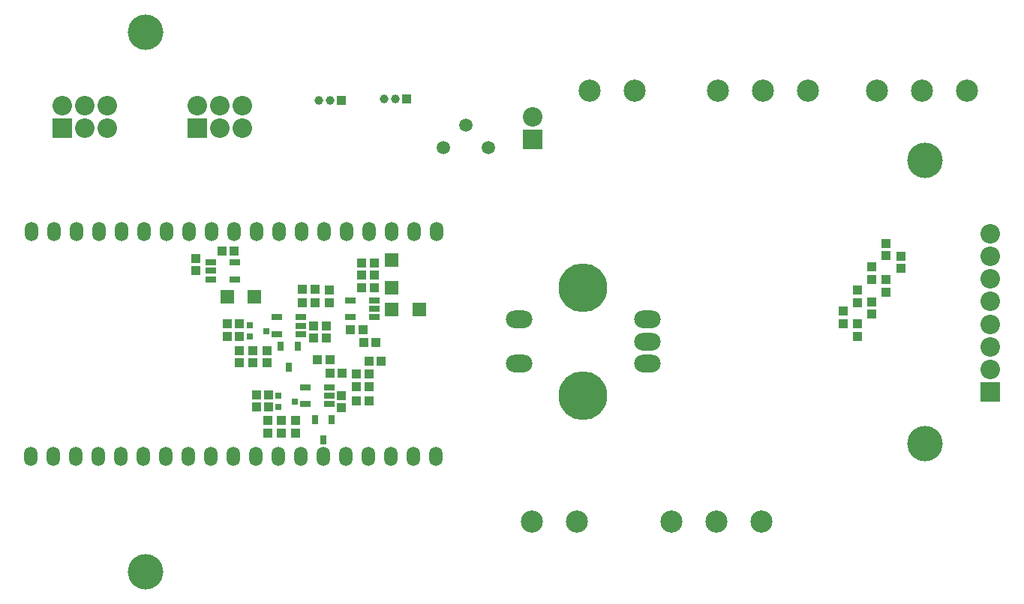
<source format=gbs>
G04*
G04 #@! TF.GenerationSoftware,Altium Limited,Altium Designer,24.3.1 (35)*
G04*
G04 Layer_Color=16711935*
%FSLAX25Y25*%
%MOIN*%
G70*
G04*
G04 #@! TF.SameCoordinates,5149264C-F6EF-45E8-801D-D6D5ED924B73*
G04*
G04*
G04 #@! TF.FilePolarity,Negative*
G04*
G01*
G75*
%ADD49C,0.21654*%
%ADD50O,0.11811X0.07874*%
%ADD58R,0.05918X0.05918*%
%ADD59R,0.03950X0.03950*%
%ADD60R,0.03950X0.03950*%
%ADD61R,0.04540X0.03162*%
%ADD62R,0.02769X0.02769*%
%ADD63R,0.02769X0.04343*%
%ADD64R,0.05918X0.05918*%
%ADD65C,0.08674*%
%ADD66R,0.08674X0.08674*%
%ADD67R,0.08674X0.08674*%
%ADD68C,0.05918*%
%ADD69C,0.03947*%
%ADD70R,0.03947X0.03947*%
%ADD71C,0.09843*%
%ADD72O,0.05918X0.08674*%
%ADD73C,0.15748*%
D49*
X259509Y-41608D02*
D03*
Y6463D02*
D03*
D50*
X230966Y-7730D02*
D03*
Y-27415D02*
D03*
X288052Y-17573D02*
D03*
X288052Y-27415D02*
D03*
Y-7730D02*
D03*
D58*
X101308Y2398D02*
D03*
X113504Y2441D02*
D03*
X174528Y-3474D02*
D03*
X186723Y-3430D02*
D03*
D59*
X87520Y19370D02*
D03*
X87520Y13858D02*
D03*
X106713Y-27087D02*
D03*
Y-21575D02*
D03*
X112707Y-21575D02*
D03*
Y-27087D02*
D03*
X119114Y-21575D02*
D03*
Y-27087D02*
D03*
X131712Y-52677D02*
D03*
Y-58189D02*
D03*
X119311Y-58189D02*
D03*
Y-52677D02*
D03*
X152185Y-41653D02*
D03*
Y-47165D02*
D03*
X145394Y-16063D02*
D03*
Y-10551D02*
D03*
X146575Y5197D02*
D03*
Y-315D02*
D03*
X381366Y-15228D02*
D03*
Y-9717D02*
D03*
X374972Y-9669D02*
D03*
Y-4157D02*
D03*
X387765Y-5421D02*
D03*
Y91D02*
D03*
X381366Y-197D02*
D03*
Y5315D02*
D03*
X394188Y4437D02*
D03*
Y9949D02*
D03*
X387789Y10051D02*
D03*
Y15563D02*
D03*
X400587Y14921D02*
D03*
Y20433D02*
D03*
X394188Y20508D02*
D03*
Y26020D02*
D03*
X125305Y-52677D02*
D03*
Y-58189D02*
D03*
X139586Y-10551D02*
D03*
Y-16063D02*
D03*
D60*
X104449Y22520D02*
D03*
X98937D02*
D03*
X101300Y-9665D02*
D03*
X106811D02*
D03*
X101299Y-15276D02*
D03*
X106811D02*
D03*
X114390Y-46772D02*
D03*
X119902D02*
D03*
X114390Y-41260D02*
D03*
X119902D02*
D03*
X152480Y-31811D02*
D03*
X146968D02*
D03*
X141457Y-25807D02*
D03*
X146968D02*
D03*
X169803Y-26289D02*
D03*
X164291D02*
D03*
X164291Y-31909D02*
D03*
X158780D02*
D03*
X164291Y-37707D02*
D03*
X158780D02*
D03*
X158780Y-43917D02*
D03*
X164291D02*
D03*
X134764Y-315D02*
D03*
X140276D02*
D03*
Y5591D02*
D03*
X134764D02*
D03*
X156220Y-12421D02*
D03*
X161732D02*
D03*
X167441Y-18130D02*
D03*
X161929D02*
D03*
X161142Y11988D02*
D03*
X166654D02*
D03*
X166653Y17303D02*
D03*
X161142D02*
D03*
X161142Y6476D02*
D03*
X166654D02*
D03*
D61*
X104646Y10118D02*
D03*
Y17598D02*
D03*
X94016D02*
D03*
X94016Y13858D02*
D03*
Y10118D02*
D03*
X123543Y-6811D02*
D03*
Y-14291D02*
D03*
X134173D02*
D03*
Y-10551D02*
D03*
Y-6811D02*
D03*
X156220Y669D02*
D03*
Y-6811D02*
D03*
X166850D02*
D03*
Y-3071D02*
D03*
Y669D02*
D03*
X136142Y-37913D02*
D03*
Y-45394D02*
D03*
X146772D02*
D03*
X146772Y-41653D02*
D03*
X146772Y-37913D02*
D03*
D62*
X111339Y-15472D02*
D03*
Y-10354D02*
D03*
X118622Y-12913D02*
D03*
X124134Y-46772D02*
D03*
Y-41653D02*
D03*
X131417Y-44213D02*
D03*
D63*
X128858Y-28858D02*
D03*
X132598Y-19803D02*
D03*
X125118D02*
D03*
X144020Y-61335D02*
D03*
X147760Y-52280D02*
D03*
X140279D02*
D03*
D64*
X174528Y6476D02*
D03*
X174484Y18672D02*
D03*
D65*
X88232Y87219D02*
D03*
X98232Y87219D02*
D03*
X108232D02*
D03*
Y77219D02*
D03*
X98232D02*
D03*
X28232Y87219D02*
D03*
X38232D02*
D03*
X48232D02*
D03*
Y77219D02*
D03*
X38232D02*
D03*
X440394Y10158D02*
D03*
Y20157D02*
D03*
Y30236D02*
D03*
Y158D02*
D03*
Y-9921D02*
D03*
Y-19921D02*
D03*
Y-29921D02*
D03*
X237126Y82244D02*
D03*
D66*
X88232Y77219D02*
D03*
X28232D02*
D03*
X237126Y72244D02*
D03*
D67*
X440394Y-39921D02*
D03*
D68*
X197457Y68795D02*
D03*
X217457D02*
D03*
X207457Y78795D02*
D03*
D69*
X171079Y90165D02*
D03*
X176000D02*
D03*
X142102Y89784D02*
D03*
X147024D02*
D03*
D70*
X180921Y90165D02*
D03*
X151945Y89784D02*
D03*
D71*
X298705Y-97685D02*
D03*
X318705D02*
D03*
X338705D02*
D03*
X282413Y93937D02*
D03*
X262413D02*
D03*
X236705Y-97685D02*
D03*
X256705D02*
D03*
X430039Y93937D02*
D03*
X410039D02*
D03*
X390039D02*
D03*
X359449D02*
D03*
X339449D02*
D03*
X319449D02*
D03*
D72*
X174244Y31315D02*
D03*
X14205Y-68685D02*
D03*
X24205D02*
D03*
X34205D02*
D03*
X44205D02*
D03*
X54205D02*
D03*
X64205D02*
D03*
X74205D02*
D03*
X84205D02*
D03*
X94205D02*
D03*
X104205D02*
D03*
X114205D02*
D03*
X124205D02*
D03*
X134205D02*
D03*
X144205D02*
D03*
X154205D02*
D03*
X164205D02*
D03*
X174205D02*
D03*
X184205D02*
D03*
X194205D02*
D03*
X194244Y31315D02*
D03*
X184244D02*
D03*
X164244D02*
D03*
X154244D02*
D03*
X144244D02*
D03*
X134244D02*
D03*
X124244D02*
D03*
X114244D02*
D03*
X104244D02*
D03*
X94244D02*
D03*
X84244D02*
D03*
X74244D02*
D03*
X64244D02*
D03*
X54244D02*
D03*
X44244D02*
D03*
X34244D02*
D03*
X24244D02*
D03*
X14244D02*
D03*
D73*
X64961Y120079D02*
D03*
Y-120079D02*
D03*
X411417Y-62992D02*
D03*
Y62992D02*
D03*
M02*

</source>
